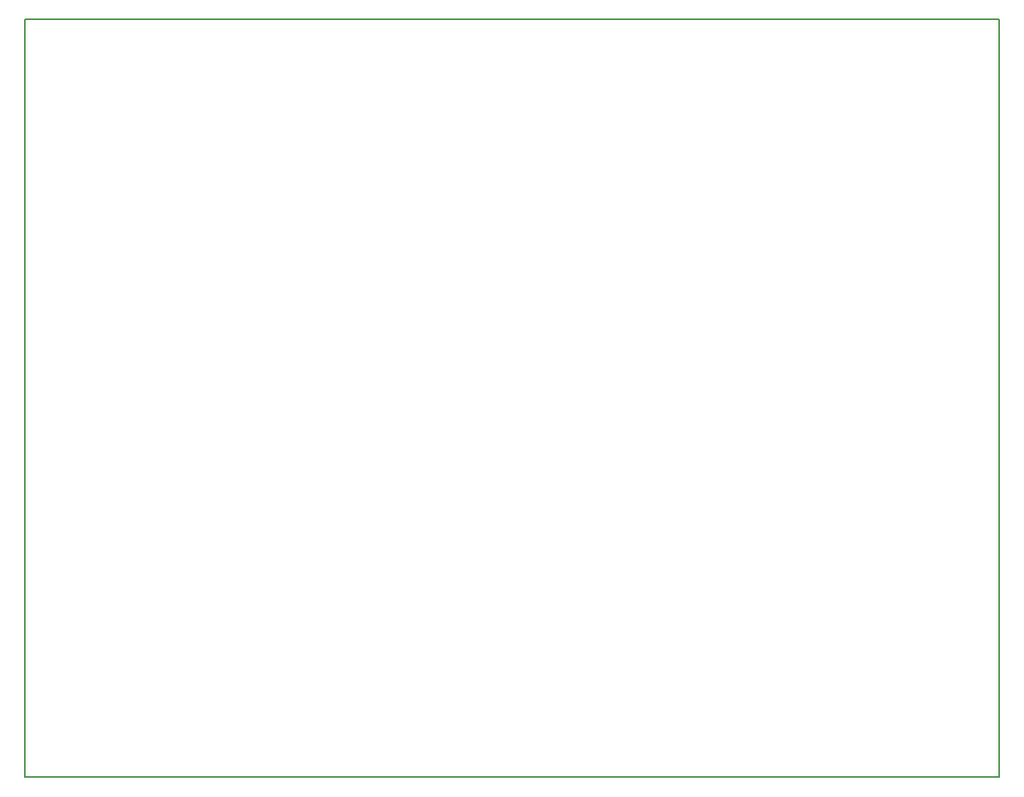
<source format=gbr>
G04 #@! TF.FileFunction,Profile,NP*
%FSLAX46Y46*%
G04 Gerber Fmt 4.6, Leading zero omitted, Abs format (unit mm)*
G04 Created by KiCad (PCBNEW 4.0.1-stable) date Sun 10 Jan 2016 07:27:55 PM CET*
%MOMM*%
G01*
G04 APERTURE LIST*
%ADD10C,0.100000*%
%ADD11C,0.150000*%
G04 APERTURE END LIST*
D10*
D11*
X91610000Y-41910000D02*
X91610000Y-121920000D01*
X91610000Y-121920000D02*
X180510000Y-121920000D01*
X92880000Y-41910000D02*
X91610000Y-41910000D01*
X194480000Y-41910000D02*
X92880000Y-41910000D01*
X194480000Y-121920000D02*
X194480000Y-41910000D01*
X180510000Y-121920000D02*
X194480000Y-121920000D01*
M02*

</source>
